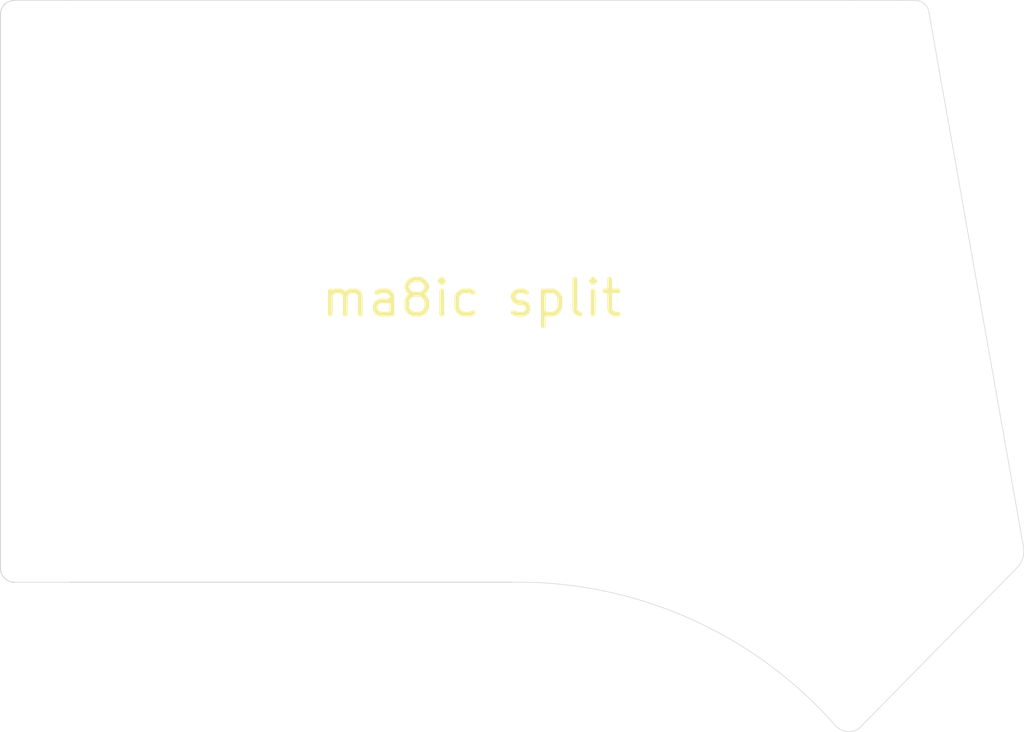
<source format=kicad_pcb>
(kicad_pcb (version 20211014) (generator pcbnew)
  (title_block (title "HatsuLight69") (date "2023-01-02") (rev "0.1") (company "kazmeegawa"))
  (layers (0 "F.Cu" signal) (31 "B.Cu" signal) (34 "B.Paste" user) (35 "F.Paste" user) (36 "B.SilkS" user "B.Silkscreen") (37 "F.SilkS" user "F.Silkscreen") (38 "B.Mask" user) (39 "F.Mask" user) (44 "Edge.Cuts" user))
  (net 0 "")
  (footprint "" (layer "F.Cu") (at 61.9125 38.1)
    (fp_text reference "" (at 0 0) (layer "F.SilkS") (effects (font (size 1.27 1.27))))
    (fp_text value "" (at 0 0) (layer "F.SilkS") (effects (font (size 1.27 1.27))))
    (pad "" np_thru_hole circle (at 0 0) (size 2.2 2.2) (drill 2.2) (layers *.Cu *.Mask))
  )
  (footprint "" (layer "F.Cu") (at 217.88449 58.935947)
    (fp_text reference "" (at 0 0) (layer "F.SilkS") (effects (font (size 1.27 1.27))))
    (fp_text value "" (at 0 0) (layer "F.SilkS") (effects (font (size 1.27 1.27))))
    (pad "" np_thru_hole circle (at 0 0) (size 2.2 2.2) (drill 2.2) (layers *.Cu *.Mask))
  )
  (footprint "" (layer "F.Cu") (at 128.5868 38.099965)
    (fp_text reference "" (at 0 0) (layer "F.SilkS") (effects (font (size 1.27 1.27))))
    (fp_text value "" (at 0 0) (layer "F.SilkS") (effects (font (size 1.27 1.27))))
    (pad "" np_thru_hole circle (at 0 0) (size 2.2 2.2) (drill 2.2) (layers *.Cu *.Mask))
  )
  (footprint "" (layer "F.Cu") (at 61.9125 57.149965)
    (fp_text reference "" (at 0 0) (layer "F.SilkS") (effects (font (size 1.27 1.27))))
    (fp_text value "" (at 0 0) (layer "F.SilkS") (effects (font (size 1.27 1.27))))
    (pad "" np_thru_hole circle (at 0 0) (size 2.2 2.2) (drill 2.2) (layers *.Cu *.Mask))
  )
  (footprint "" (layer "F.Cu") (at 128.587556 93.464101)
    (fp_text reference "" (at 0 0) (layer "F.SilkS") (effects (font (size 1.27 1.27))))
    (fp_text value "" (at 0 0) (layer "F.SilkS") (effects (font (size 1.27 1.27))))
    (pad "" np_thru_hole circle (at 0 0) (size 2.2 2.2) (drill 2.2) (layers *.Cu *.Mask))
  )
  (footprint "MountingHole:MountingHole_2.2mm_M2" (layer "F.Cu") (at 100.012532 58.935947)
    (fp_text reference "REF**" hide)
    (fp_text value "MountingHole_2.2mm_M2" hide)
    (pad "" np_thru_hole circle (at 0 0) (size 2.2 2.2) (drill 2.2) (layers *.Cu *.Mask))
  )
  (footprint "MountingHole:MountingHole_2.2mm_M2" (layer "F.Cu") (at 80.9625 114.3)
    (fp_text reference "REF**" hide)
    (fp_text value "MountingHole_2.2mm_M2" hide)
    (pad "" np_thru_hole circle (at 0 0) (size 2.2 2.2) (drill 2.2) (layers *.Cu *.Mask))
  )
  (footprint "MountingHole:MountingHole_2.2mm_M2" (layer "F.Cu") (at 157.16192 58.935947)
    (fp_text reference "REF**" hide)
    (fp_text value "MountingHole_2.2mm_M2" hide)
    (pad "" np_thru_hole circle (at 0 0) (size 2.2 2.2) (drill 2.2) (layers *.Cu *.Mask))
  )
  (footprint "MountingHole:MountingHole_2.2mm_M2" (layer "F.Cu") (at 205.97823 125.01569)
    (fp_text reference "REF**" hide)
    (fp_text value "MountingHole_2.2mm_M2" hide)
    (pad "" np_thru_hole circle (at 0 0) (size 2.2 2.2) (drill 2.2) (layers *.Cu *.Mask))
  )
  (gr_line (start 216.6937 35.718715) (end 214.6962 35.718822) (layer "Edge.Cuts") (width 0.1))
  (gr_arc (start 147.399325 135.731215) (mid 177.895565 141.957913) (end 202.984485 160.379059) (layer "Edge.Cuts") (width 0.1))
  (gr_line (start 219.063132 37.863022) (end 235.26745 129.539965) (layer "Edge.Cuts") (width 0.1))
  (gr_line (start 71.4375 135.731215) (end 61.912573 135.731315) (layer "Edge.Cuts") (width 0.1))
  (gr_arc (start 59.531273 38.1001) (mid 60.228691 36.416245) (end 61.912523 35.7188) (layer "Edge.Cuts") (width 0.15))
  (gr_arc (start 216.6937 35.718715) (mid 218.291483 36.334415) (end 219.063132 37.863022) (layer "Edge.Cuts") (width 0.1))
  (gr_arc (start 235.26745 129.539965) (mid 235.159131 131.59715) (end 234.076825 133.349965) (layer "Edge.Cuts") (width 0.1))
  (gr_line (start 71.4375 135.731215) (end 147.399325 135.731215) (layer "Edge.Cuts") (width 0.15))
  (gr_line (start 207.1687 160.73434) (end 234.076825 133.349965) (layer "Edge.Cuts") (width 0.1))
  (gr_line (start 205.3562 35.718822) (end 71.43745 35.7187) (layer "Edge.Cuts") (width 0.1))
  (gr_line (start 205.3562 35.718822) (end 214.6962 35.718822) (layer "Edge.Cuts") (width 0.1))
  (gr_line (start 61.912523 35.7188) (end 71.43745 35.7187) (layer "Edge.Cuts") (width 0.1))
  (gr_arc (start 207.168699 160.734339) (mid 205.005697 161.391623) (end 202.984485 160.379059) (layer "Edge.Cuts") (width 0.1))
  (gr_arc (start 61.912573 135.731315) (mid 60.228769 135.033857) (end 59.531358 133.350065) (layer "Edge.Cuts") (width 0.15))
  (gr_line (start 59.531358 133.350065) (end 59.531273 38.1001) (layer "Edge.Cuts") (width 0.15))
  (gr_text "ma8ic split" (at 140.4931 86.91599) (layer "F.SilkS") (effects (font (size 6 6) (thickness 0.8))))
)
</source>
